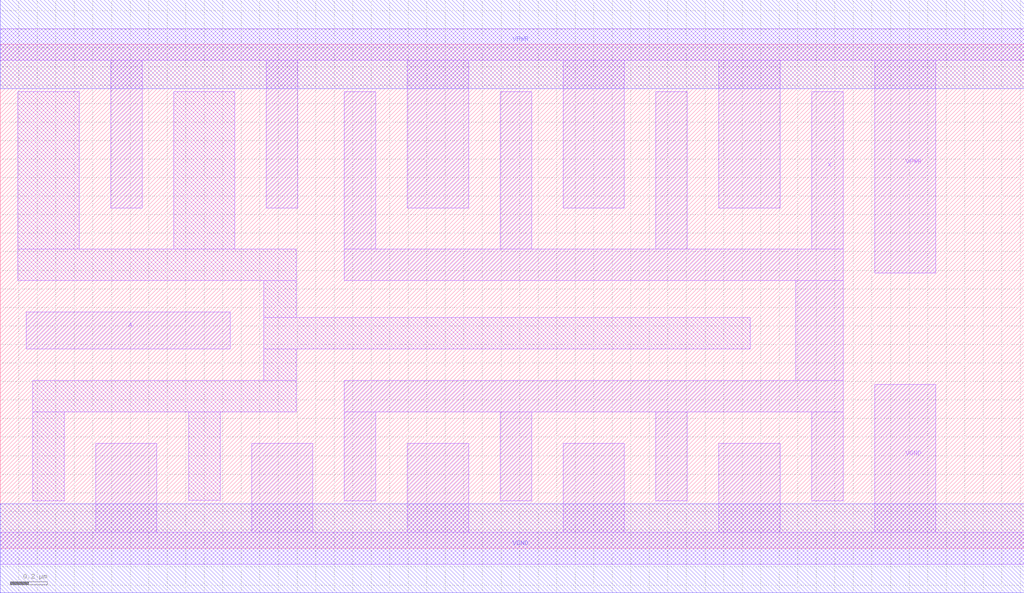
<source format=lef>
# Copyright 2020 The SkyWater PDK Authors
#
# Licensed under the Apache License, Version 2.0 (the "License");
# you may not use this file except in compliance with the License.
# You may obtain a copy of the License at
#
#     https://www.apache.org/licenses/LICENSE-2.0
#
# Unless required by applicable law or agreed to in writing, software
# distributed under the License is distributed on an "AS IS" BASIS,
# WITHOUT WARRANTIES OR CONDITIONS OF ANY KIND, either express or implied.
# See the License for the specific language governing permissions and
# limitations under the License.
#
# SPDX-License-Identifier: Apache-2.0

VERSION 5.5 ;
NAMESCASESENSITIVE ON ;
BUSBITCHARS "[]" ;
DIVIDERCHAR "/" ;
MACRO sky130_fd_sc_hd__buf_8
  CLASS CORE ;
  SOURCE USER ;
  ORIGIN  0.000000  0.000000 ;
  SIZE  5.520000 BY  2.720000 ;
  SYMMETRY X Y R90 ;
  SITE unithd ;
  PIN A
    ANTENNAGATEAREA  0.742500 ;
    DIRECTION INPUT ;
    USE SIGNAL ;
    PORT
      LAYER li1 ;
        RECT 0.140000 1.075000 1.240000 1.275000 ;
    END
  END A
  PIN X
    ANTENNADIFFAREA  1.782000 ;
    DIRECTION OUTPUT ;
    USE SIGNAL ;
    PORT
      LAYER li1 ;
        RECT 1.855000 0.255000 2.025000 0.735000 ;
        RECT 1.855000 0.735000 4.545000 0.905000 ;
        RECT 1.855000 1.445000 4.545000 1.615000 ;
        RECT 1.855000 1.615000 2.025000 2.465000 ;
        RECT 2.695000 0.255000 2.865000 0.735000 ;
        RECT 2.695000 1.615000 2.865000 2.465000 ;
        RECT 3.535000 0.255000 3.705000 0.735000 ;
        RECT 3.535000 1.615000 3.705000 2.465000 ;
        RECT 4.290000 0.905000 4.545000 1.445000 ;
        RECT 4.375000 0.255000 4.545000 0.735000 ;
        RECT 4.375000 1.615000 4.545000 2.465000 ;
    END
  END X
  PIN VGND
    DIRECTION INOUT ;
    SHAPE ABUTMENT ;
    USE GROUND ;
    PORT
      LAYER li1 ;
        RECT 0.000000 -0.085000 5.520000 0.085000 ;
        RECT 0.515000  0.085000 0.845000 0.565000 ;
        RECT 1.355000  0.085000 1.685000 0.565000 ;
        RECT 2.195000  0.085000 2.525000 0.565000 ;
        RECT 3.035000  0.085000 3.365000 0.565000 ;
        RECT 3.875000  0.085000 4.205000 0.565000 ;
        RECT 4.715000  0.085000 5.045000 0.885000 ;
    END
    PORT
      LAYER met1 ;
        RECT 0.000000 -0.240000 5.520000 0.240000 ;
    END
  END VGND
  PIN VPWR
    DIRECTION INOUT ;
    SHAPE ABUTMENT ;
    USE POWER ;
    PORT
      LAYER li1 ;
        RECT 0.000000 2.635000 5.520000 2.805000 ;
        RECT 0.595000 1.835000 0.765000 2.635000 ;
        RECT 1.435000 1.835000 1.605000 2.635000 ;
        RECT 2.195000 1.835000 2.525000 2.635000 ;
        RECT 3.035000 1.835000 3.365000 2.635000 ;
        RECT 3.875000 1.835000 4.205000 2.635000 ;
        RECT 4.715000 1.485000 5.045000 2.635000 ;
    END
    PORT
      LAYER met1 ;
        RECT 0.000000 2.480000 5.520000 2.960000 ;
    END
  END VPWR
  OBS
    LAYER li1 ;
      RECT 0.095000 1.445000 1.595000 1.615000 ;
      RECT 0.095000 1.615000 0.425000 2.465000 ;
      RECT 0.175000 0.255000 0.345000 0.735000 ;
      RECT 0.175000 0.735000 1.595000 0.905000 ;
      RECT 0.935000 1.615000 1.265000 2.465000 ;
      RECT 1.015000 0.260000 1.185000 0.735000 ;
      RECT 1.420000 0.905000 1.595000 1.075000 ;
      RECT 1.420000 1.075000 4.045000 1.245000 ;
      RECT 1.420000 1.245000 1.595000 1.445000 ;
  END
END sky130_fd_sc_hd__buf_8
END LIBRARY

</source>
